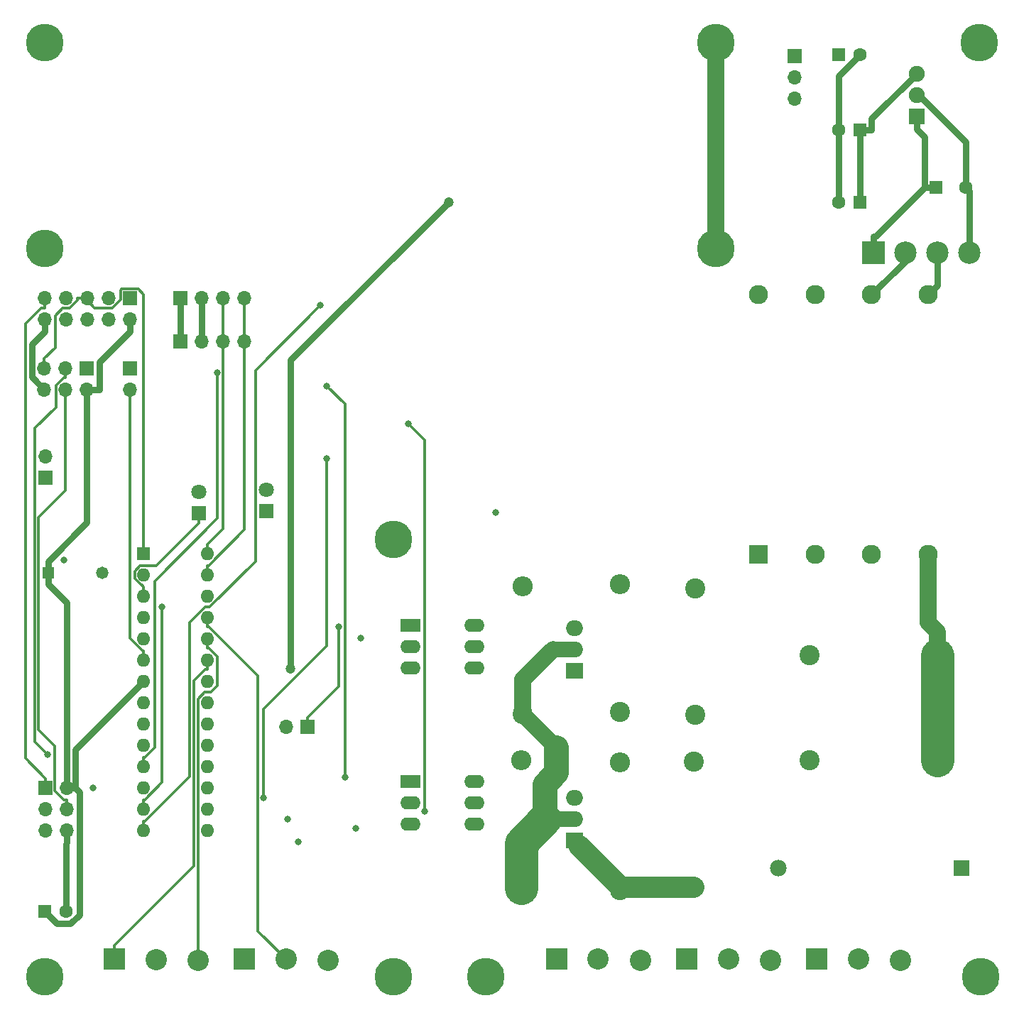
<source format=gbr>
%TF.GenerationSoftware,KiCad,Pcbnew,7.0.9*%
%TF.CreationDate,2025-01-17T20:12:22+02:00*%
%TF.ProjectId,varaajamonitori,76617261-616a-4616-9d6f-6e69746f7269,rev?*%
%TF.SameCoordinates,Original*%
%TF.FileFunction,Copper,L3,Inr*%
%TF.FilePolarity,Positive*%
%FSLAX46Y46*%
G04 Gerber Fmt 4.6, Leading zero omitted, Abs format (unit mm)*
G04 Created by KiCad (PCBNEW 7.0.9) date 2025-01-17 20:12:22*
%MOMM*%
%LPD*%
G01*
G04 APERTURE LIST*
%TA.AperFunction,ComponentPad*%
%ADD10R,2.670000X2.670000*%
%TD*%
%TA.AperFunction,ComponentPad*%
%ADD11C,2.670000*%
%TD*%
%TA.AperFunction,ComponentPad*%
%ADD12R,2.540000X2.540000*%
%TD*%
%TA.AperFunction,ComponentPad*%
%ADD13C,2.540000*%
%TD*%
%TA.AperFunction,ComponentPad*%
%ADD14R,2.400000X1.600000*%
%TD*%
%TA.AperFunction,ComponentPad*%
%ADD15O,2.400000X1.600000*%
%TD*%
%TA.AperFunction,ComponentPad*%
%ADD16R,1.600000X1.600000*%
%TD*%
%TA.AperFunction,ComponentPad*%
%ADD17O,1.600000X1.600000*%
%TD*%
%TA.AperFunction,ComponentPad*%
%ADD18R,1.800000X1.800000*%
%TD*%
%TA.AperFunction,ComponentPad*%
%ADD19C,1.800000*%
%TD*%
%TA.AperFunction,ComponentPad*%
%ADD20C,2.400000*%
%TD*%
%TA.AperFunction,ComponentPad*%
%ADD21O,2.400000X2.400000*%
%TD*%
%TA.AperFunction,ComponentPad*%
%ADD22R,1.700000X1.700000*%
%TD*%
%TA.AperFunction,ComponentPad*%
%ADD23O,1.700000X1.700000*%
%TD*%
%TA.AperFunction,ComponentPad*%
%ADD24C,4.500000*%
%TD*%
%TA.AperFunction,ComponentPad*%
%ADD25R,1.980000X1.980000*%
%TD*%
%TA.AperFunction,ComponentPad*%
%ADD26C,1.980000*%
%TD*%
%TA.AperFunction,ComponentPad*%
%ADD27R,2.286000X2.286000*%
%TD*%
%TA.AperFunction,ComponentPad*%
%ADD28C,2.286000*%
%TD*%
%TA.AperFunction,ComponentPad*%
%ADD29R,1.910000X1.910000*%
%TD*%
%TA.AperFunction,ComponentPad*%
%ADD30C,1.910000*%
%TD*%
%TA.AperFunction,ComponentPad*%
%ADD31C,1.600000*%
%TD*%
%TA.AperFunction,ComponentPad*%
%ADD32R,1.473200X1.473200*%
%TD*%
%TA.AperFunction,ComponentPad*%
%ADD33C,1.473200*%
%TD*%
%TA.AperFunction,ComponentPad*%
%ADD34R,2.000000X1.905000*%
%TD*%
%TA.AperFunction,ComponentPad*%
%ADD35O,2.000000X1.905000*%
%TD*%
%TA.AperFunction,ViaPad*%
%ADD36C,0.800000*%
%TD*%
%TA.AperFunction,ViaPad*%
%ADD37C,1.200000*%
%TD*%
%TA.AperFunction,Conductor*%
%ADD38C,0.800000*%
%TD*%
%TA.AperFunction,Conductor*%
%ADD39C,2.000000*%
%TD*%
%TA.AperFunction,Conductor*%
%ADD40C,3.000000*%
%TD*%
%TA.AperFunction,Conductor*%
%ADD41C,4.000000*%
%TD*%
%TA.AperFunction,Conductor*%
%ADD42C,1.904800*%
%TD*%
%TA.AperFunction,Conductor*%
%ADD43C,0.300000*%
%TD*%
%TA.AperFunction,Conductor*%
%ADD44C,2.500000*%
%TD*%
G04 APERTURE END LIST*
D10*
%TO.N,/5V1DIRTY*%
%TO.C,D5*%
X150390000Y-59600000D03*
D11*
%TO.N,Net-(D5-AC-Pad2)*%
X154200000Y-59600000D03*
%TO.N,Net-(D5-AC-Pad3)*%
X158010000Y-59600000D03*
%TO.N,GND*%
X161820000Y-59600000D03*
%TD*%
D12*
%TO.N,Earth_Protective*%
%TO.C,J1*%
X143617780Y-143855260D03*
D13*
%TO.N,GNDREF*%
X148600000Y-143908600D03*
%TO.N,/0-wire*%
X153600000Y-144000040D03*
%TD*%
D12*
%TO.N,/sensor1*%
%TO.C,J4*%
X59917780Y-143863860D03*
D13*
%TO.N,GND*%
X64900000Y-143917200D03*
%TO.N,/sensor2*%
X69900000Y-144008640D03*
%TD*%
D12*
%TO.N,GND*%
%TO.C,J5*%
X75417780Y-143855260D03*
D13*
%TO.N,/sensor3*%
X80400000Y-143908600D03*
%TO.N,GND*%
X85400000Y-144000040D03*
%TD*%
D12*
%TO.N,Earth_Protective*%
%TO.C,J6*%
X128117780Y-143855260D03*
D13*
%TO.N,/TRIAC AC M1*%
X133100000Y-143908600D03*
%TO.N,GNDREF*%
X138100000Y-144000040D03*
%TD*%
D12*
%TO.N,Earth_Protective*%
%TO.C,J7*%
X112617780Y-143855260D03*
D13*
%TO.N,/TRIAC AC M2*%
X117600000Y-143908600D03*
%TO.N,GNDREF*%
X122600000Y-144000040D03*
%TD*%
D14*
%TO.N,Net-(R9-Pad1)*%
%TO.C,U7*%
X95175000Y-122675000D03*
D15*
%TO.N,/driver-M2*%
X95175000Y-125215000D03*
%TO.N,unconnected-(U7-NC-Pad3)*%
X95175000Y-127755000D03*
%TO.N,/M2B*%
X102795000Y-127755000D03*
%TO.N,unconnected-(U7-NC-Pad5)*%
X102795000Y-125215000D03*
%TO.N,/M2A*%
X102795000Y-122675000D03*
%TD*%
D16*
%TO.N,/~{RESET}*%
%TO.C,U1*%
X63400000Y-95500000D03*
D17*
%TO.N,/RX*%
X63400000Y-98040000D03*
%TO.N,/TX*%
X63400000Y-100580000D03*
%TO.N,/driver-M1*%
X63400000Y-103120000D03*
%TO.N,/driver-M2*%
X63400000Y-105660000D03*
%TO.N,/SELB*%
X63400000Y-108200000D03*
%TO.N,VDD*%
X63400000Y-110740000D03*
%TO.N,GND*%
X63400000Y-113280000D03*
%TO.N,unconnected-(U1-XTAL1{slash}PB6-Pad9)*%
X63400000Y-115820000D03*
%TO.N,unconnected-(U1-XTAL2{slash}PB7-Pad10)*%
X63400000Y-118360000D03*
%TO.N,/LeftSw*%
X63400000Y-120900000D03*
%TO.N,/SelSw*%
X63400000Y-123440000D03*
%TO.N,/RetSw*%
X63400000Y-125980000D03*
%TO.N,/UpSw*%
X63400000Y-128520000D03*
%TO.N,/DwnSw*%
X71020000Y-128520000D03*
%TO.N,/RightSw*%
X71020000Y-125980000D03*
%TO.N,/MOSI*%
X71020000Y-123440000D03*
%TO.N,/MISO*%
X71020000Y-120900000D03*
%TO.N,/SCK*%
X71020000Y-118360000D03*
%TO.N,/AVCC*%
X71020000Y-115820000D03*
X71020000Y-113280000D03*
%TO.N,GND*%
X71020000Y-110740000D03*
%TO.N,/sensor1*%
X71020000Y-108200000D03*
%TO.N,/sensor2*%
X71020000Y-105660000D03*
%TO.N,/sensor3*%
X71020000Y-103120000D03*
%TO.N,/SELA*%
X71020000Y-100580000D03*
%TO.N,/SDA*%
X71020000Y-98040000D03*
%TO.N,/SCL*%
X71020000Y-95500000D03*
%TD*%
D18*
%TO.N,/TX*%
%TO.C,D2*%
X70000000Y-90675000D03*
D19*
%TO.N,Net-(D2-A)*%
X70000000Y-88135000D03*
%TD*%
D20*
%TO.N,/TRIAC AC M2*%
%TO.C,R16*%
X120200000Y-135620000D03*
D21*
%TO.N,/M2B*%
X120200000Y-120380000D03*
%TD*%
D22*
%TO.N,VDD*%
%TO.C,J9*%
X67800000Y-70200000D03*
D23*
%TO.N,GND*%
X70340000Y-70200000D03*
%TO.N,/SCL*%
X72880000Y-70200000D03*
%TO.N,/SDA*%
X75420000Y-70200000D03*
%TD*%
D24*
%TO.N,Earth_Protective*%
%TO.C,Top2*%
X163000000Y-34600000D03*
%TD*%
%TO.N,Earth_Protective*%
%TO.C,J2*%
X51600000Y-59100000D03*
X131600000Y-34600000D03*
X131600000Y-59100000D03*
%TD*%
D20*
%TO.N,Net-(C11-Pad1)*%
%TO.C,R20*%
X142780000Y-120200000D03*
D21*
%TO.N,AC*%
X158020000Y-120200000D03*
%TD*%
D14*
%TO.N,Net-(R11-Pad1)*%
%TO.C,U6*%
X95175000Y-104075000D03*
D15*
%TO.N,/driver-M1*%
X95175000Y-106615000D03*
%TO.N,unconnected-(U6-NC-Pad3)*%
X95175000Y-109155000D03*
%TO.N,/M1B*%
X102795000Y-109155000D03*
%TO.N,unconnected-(U6-NC-Pad5)*%
X102795000Y-106615000D03*
%TO.N,/M1A*%
X102795000Y-104075000D03*
%TD*%
D25*
%TO.N,/0-wire*%
%TO.C,F1*%
X160920000Y-133000000D03*
D26*
%TO.N,AC*%
X139080000Y-133000000D03*
%TD*%
D18*
%TO.N,/RX*%
%TO.C,D4*%
X78000000Y-90475000D03*
D19*
%TO.N,Net-(D4-A)*%
X78000000Y-87935000D03*
%TD*%
D22*
%TO.N,/SELA*%
%TO.C,J13*%
X61740000Y-73400000D03*
D23*
%TO.N,/SELB*%
X61740000Y-75940000D03*
%TD*%
D22*
%TO.N,+5V*%
%TO.C,JP2*%
X141000000Y-36200000D03*
D23*
%TO.N,VDD*%
X141000000Y-38740000D03*
%TO.N,unconnected-(JP2-B-Pad3)*%
X141000000Y-41280000D03*
%TD*%
D24*
%TO.N,Earth_Protective*%
%TO.C,Bottom3*%
X51600000Y-146000000D03*
%TD*%
D22*
%TO.N,VDD*%
%TO.C,J10*%
X67800000Y-65000000D03*
D23*
%TO.N,GND*%
X70340000Y-65000000D03*
%TO.N,/SCL*%
X72880000Y-65000000D03*
%TO.N,/SDA*%
X75420000Y-65000000D03*
%TD*%
D27*
%TO.N,GNDREF*%
%TO.C,T1*%
X136738000Y-95600000D03*
D28*
%TO.N,/ACT*%
X143469000Y-95600000D03*
X150200000Y-95600000D03*
%TO.N,AC*%
X156931000Y-95600000D03*
%TO.N,Net-(D5-AC-Pad2)*%
X136738000Y-64612000D03*
%TO.N,Net-(D5-AC-Pad3)*%
X143469000Y-64612000D03*
%TO.N,Net-(D5-AC-Pad2)*%
X150200000Y-64612000D03*
%TO.N,Net-(D5-AC-Pad3)*%
X156931000Y-64612000D03*
%TD*%
D22*
%TO.N,/driver-M1*%
%TO.C,J14*%
X82940000Y-116200000D03*
D23*
%TO.N,/driver-M2*%
X80400000Y-116200000D03*
%TD*%
D20*
%TO.N,AC*%
%TO.C,R17*%
X108600000Y-114640000D03*
D21*
%TO.N,/M1A*%
X108600000Y-99400000D03*
%TD*%
D24*
%TO.N,Earth_Protective*%
%TO.C,Bottom2*%
X163200000Y-146000000D03*
%TD*%
D29*
%TO.N,/5V1DIRTY*%
%TO.C,U3*%
X155568000Y-43350000D03*
D30*
%TO.N,GND*%
X155568000Y-40800000D03*
%TO.N,+5V*%
X155568000Y-38250000D03*
%TD*%
D16*
%TO.N,VDD*%
%TO.C,C2*%
X51617600Y-138200000D03*
D31*
%TO.N,GND*%
X54117600Y-138200000D03*
%TD*%
D22*
%TO.N,/MOSI*%
%TO.C,J8*%
X61740000Y-65060000D03*
D23*
%TO.N,VDD*%
X61740000Y-67600000D03*
%TO.N,unconnected-(J8-NC-Pad3)*%
X59200000Y-65060000D03*
%TO.N,GND*%
X59200000Y-67600000D03*
%TO.N,/~{RESET}*%
X56660000Y-65060000D03*
%TO.N,GND*%
X56660000Y-67600000D03*
%TO.N,/SCK*%
X54120000Y-65060000D03*
%TO.N,GND*%
X54120000Y-67600000D03*
%TO.N,/MISO*%
X51580000Y-65060000D03*
%TO.N,GND*%
X51580000Y-67600000D03*
%TD*%
D32*
%TO.N,VDD*%
%TO.C,BZ1*%
X52000000Y-97800000D03*
D33*
%TO.N,Net-(BZ1-+)*%
X58500001Y-97800000D03*
%TD*%
D16*
%TO.N,+5V*%
%TO.C,C7*%
X148782400Y-53600000D03*
D31*
%TO.N,GND*%
X146282400Y-53600000D03*
%TD*%
D20*
%TO.N,AC*%
%TO.C,R18*%
X108400000Y-135420000D03*
D21*
%TO.N,/M2A*%
X108400000Y-120180000D03*
%TD*%
D16*
%TO.N,/5V1DIRTY*%
%TO.C,C4*%
X157900000Y-51800000D03*
D31*
%TO.N,GND*%
X161400000Y-51800000D03*
%TD*%
D24*
%TO.N,Earth_Protective*%
%TO.C,Top1*%
X51600000Y-34600000D03*
%TD*%
D22*
%TO.N,/MISO*%
%TO.C,J12*%
X56640000Y-73400000D03*
D23*
%TO.N,VDD*%
X56640000Y-75940000D03*
%TO.N,/SCK*%
X54100000Y-73400000D03*
%TO.N,/MOSI*%
X54100000Y-75940000D03*
%TO.N,/~{RESET}*%
X51560000Y-73400000D03*
%TO.N,GND*%
X51560000Y-75940000D03*
%TD*%
D20*
%TO.N,Net-(C11-Pad1)*%
%TO.C,C11*%
X129000000Y-120300000D03*
%TO.N,/TRIAC AC M2*%
X129000000Y-135300000D03*
%TD*%
D22*
%TO.N,/TX*%
%TO.C,J11*%
X51725000Y-86475000D03*
D23*
%TO.N,/RX*%
X51725000Y-83935000D03*
%TD*%
D20*
%TO.N,Net-(C10-Pad1)*%
%TO.C,C10*%
X129200000Y-99700000D03*
%TO.N,/TRIAC AC M1*%
X129200000Y-114700000D03*
%TD*%
%TO.N,Net-(C10-Pad1)*%
%TO.C,R19*%
X142780000Y-107600000D03*
D21*
%TO.N,AC*%
X158020000Y-107600000D03*
%TD*%
D20*
%TO.N,/TRIAC AC M1*%
%TO.C,R15*%
X120200000Y-114420000D03*
D21*
%TO.N,/M1B*%
X120200000Y-99180000D03*
%TD*%
D24*
%TO.N,Earth_Protective*%
%TO.C,Mid1*%
X93200000Y-93800000D03*
%TD*%
D22*
%TO.N,/MISO*%
%TO.C,J3*%
X51725000Y-123475000D03*
D23*
%TO.N,VDD*%
X54265000Y-123475000D03*
%TO.N,/SCK*%
X51725000Y-126015000D03*
%TO.N,/MOSI*%
X54265000Y-126015000D03*
%TO.N,/~{RESET}*%
X51725000Y-128555000D03*
%TO.N,GND*%
X54265000Y-128555000D03*
%TD*%
D34*
%TO.N,/TRIAC AC M1*%
%TO.C,Q3*%
X114800000Y-109500000D03*
D35*
%TO.N,AC*%
X114800000Y-106960000D03*
%TO.N,/M1B*%
X114800000Y-104420000D03*
%TD*%
D24*
%TO.N,Earth_Protective*%
%TO.C,Bottom4*%
X104200000Y-146000000D03*
%TD*%
D16*
%TO.N,+5V*%
%TO.C,C6*%
X148782400Y-45000000D03*
D31*
%TO.N,GND*%
X146282400Y-45000000D03*
%TD*%
D34*
%TO.N,/TRIAC AC M2*%
%TO.C,Q4*%
X114745000Y-129740000D03*
D35*
%TO.N,AC*%
X114745000Y-127200000D03*
%TO.N,/M2B*%
X114745000Y-124660000D03*
%TD*%
D24*
%TO.N,Earth_Protective*%
%TO.C,Bottom1*%
X93200000Y-146000000D03*
%TD*%
D16*
%TO.N,+5V*%
%TO.C,C1*%
X146300000Y-36000000D03*
D31*
%TO.N,GND*%
X148800000Y-36000000D03*
%TD*%
D36*
%TO.N,/driver-M1*%
X86675300Y-104220000D03*
%TO.N,/SCK*%
X51974500Y-119460000D03*
%TO.N,/~{RESET}*%
X81850000Y-129886400D03*
X53873600Y-96322600D03*
D37*
%TO.N,GND*%
X99750000Y-53600000D03*
X80928700Y-109200000D03*
D36*
%TO.N,Net-(R1-Pad1)*%
X88689900Y-128250100D03*
X80568800Y-127177900D03*
X57404900Y-123461900D03*
%TO.N,/UpSw*%
X84497000Y-65925500D03*
%TO.N,/DwnSw*%
X85204600Y-84148600D03*
X77723000Y-124622900D03*
%TO.N,/RightSw*%
X96932500Y-126276800D03*
X94973100Y-80002100D03*
%TO.N,/LeftSw*%
X72218300Y-73951700D03*
%TO.N,/SelSw*%
X87415200Y-122170000D03*
X85242400Y-75506800D03*
%TO.N,/RetSw*%
X65593100Y-101850000D03*
X105373100Y-90650000D03*
%TO.N,Net-(R11-Pad1)*%
X89250000Y-105588300D03*
%TD*%
D38*
%TO.N,/5V1DIRTY*%
X156498100Y-45837000D02*
X155568000Y-44906900D01*
X156498100Y-51800000D02*
X150635000Y-57663100D01*
X150390000Y-59600000D02*
X150390000Y-57663100D01*
X150635000Y-57663100D02*
X150390000Y-57663100D01*
X155568000Y-43350000D02*
X155568000Y-44906900D01*
X156498100Y-51800000D02*
X156498100Y-45837000D01*
X157900000Y-51800000D02*
X156498100Y-51800000D01*
D39*
%TO.N,Earth_Protective*%
X131600000Y-59100000D02*
X131600000Y-34600000D01*
%TO.N,AC*%
X108600000Y-114640000D02*
X112600000Y-118640000D01*
D40*
X112600000Y-118640000D02*
X112600000Y-121600000D01*
D39*
X158020000Y-104798000D02*
X156931000Y-103709000D01*
D41*
X158020000Y-107600000D02*
X158020000Y-120200000D01*
D42*
X114800000Y-106960000D02*
X112246000Y-106960000D01*
D39*
X158020000Y-107600000D02*
X158020000Y-104798000D01*
X156931000Y-103709000D02*
X156931000Y-95600000D01*
X111200000Y-123000000D02*
X111233000Y-123033000D01*
X111233000Y-127200000D02*
X112143000Y-127200000D01*
X112200000Y-106947000D02*
X108600000Y-110547000D01*
D42*
X112143000Y-127200000D02*
X114745000Y-127200000D01*
X112246000Y-106960000D02*
X112233000Y-106947000D01*
D40*
X111233000Y-123033000D02*
X111233000Y-127200000D01*
X112600000Y-121600000D02*
X111200000Y-123000000D01*
D39*
X108600000Y-110547000D02*
X108600000Y-114640000D01*
D41*
X108400000Y-135420000D02*
X108400000Y-130033000D01*
X108400000Y-130033000D02*
X111233000Y-127200000D01*
D42*
X112233000Y-106947000D02*
X112200000Y-106947000D01*
D38*
%TO.N,Net-(D5-AC-Pad2)*%
X154200000Y-59600000D02*
X154200000Y-60612000D01*
X154200000Y-60612000D02*
X150200000Y-64612000D01*
D43*
%TO.N,/driver-M1*%
X86675300Y-104220000D02*
X86675300Y-111314700D01*
X82940000Y-116200000D02*
X82940000Y-115050000D01*
X86675300Y-111314700D02*
X82940000Y-115050000D01*
D38*
%TO.N,Net-(D5-AC-Pad3)*%
X158010000Y-59600000D02*
X158010000Y-63533000D01*
X158010000Y-63533000D02*
X156931000Y-64612000D01*
D43*
%TO.N,/MOSI*%
X54265000Y-124865000D02*
X53905600Y-124865000D01*
X54100000Y-88005700D02*
X54100000Y-75940000D01*
X52826900Y-123786300D02*
X52826900Y-118485400D01*
X52826900Y-118485400D02*
X50872100Y-116530600D01*
X53905600Y-124865000D02*
X52826900Y-123786300D01*
X50872100Y-116530600D02*
X50872100Y-91233600D01*
X54265000Y-126015000D02*
X54265000Y-124865000D01*
X50872100Y-91233600D02*
X54100000Y-88005700D01*
%TO.N,/MISO*%
X49330300Y-68100300D02*
X49330300Y-119930300D01*
X51220600Y-66210000D02*
X49330300Y-68100300D01*
X51725000Y-123475000D02*
X51725000Y-122325000D01*
X49330300Y-119930300D02*
X51725000Y-122325000D01*
X51580000Y-66210000D02*
X51220600Y-66210000D01*
X51580000Y-65060000D02*
X51580000Y-66210000D01*
%TO.N,/SCK*%
X52950000Y-78050500D02*
X50446000Y-80554500D01*
X52950000Y-75484300D02*
X52950000Y-78050500D01*
X50446000Y-80554500D02*
X50446000Y-117931500D01*
X53884300Y-74550000D02*
X52950000Y-75484300D01*
X54100000Y-74550000D02*
X53884300Y-74550000D01*
X50446000Y-117931500D02*
X51974500Y-119460000D01*
X54100000Y-73400000D02*
X54100000Y-74550000D01*
%TO.N,/~{RESET}*%
X52849900Y-70960100D02*
X52849900Y-67134300D01*
X60638100Y-65224100D02*
X59648200Y-66214000D01*
X60785600Y-63958100D02*
X60638100Y-64105600D01*
X59648200Y-66214000D02*
X57569500Y-66214000D01*
X56660000Y-65060000D02*
X56415500Y-65060000D01*
X60638100Y-64105600D02*
X60638100Y-65224100D01*
X57569500Y-66214000D02*
X56415500Y-65060000D01*
X51560000Y-72250000D02*
X52849900Y-70960100D01*
X62743600Y-63958100D02*
X60785600Y-63958100D01*
X56085000Y-65060000D02*
X55510000Y-65060000D01*
X53724900Y-66259300D02*
X54549000Y-66259300D01*
X54549000Y-66259300D02*
X55510000Y-65298300D01*
X52849900Y-67134300D02*
X53724900Y-66259300D01*
X63400000Y-95500000D02*
X63400000Y-64614500D01*
X56085000Y-65060000D02*
X56415500Y-65060000D01*
X51560000Y-73400000D02*
X51560000Y-72250000D01*
X63400000Y-64614500D02*
X62743600Y-63958100D01*
X55510000Y-65298300D02*
X55510000Y-65060000D01*
%TO.N,/sensor1*%
X71020000Y-108200000D02*
X71020000Y-109300000D01*
X70745000Y-109300000D02*
X71020000Y-109300000D01*
X59917800Y-143863900D02*
X59917800Y-142293900D01*
X69406800Y-132804900D02*
X69406800Y-110638200D01*
X59917800Y-142293900D02*
X69406800Y-132804900D01*
X69406800Y-110638200D02*
X70745000Y-109300000D01*
%TO.N,/sensor2*%
X70681200Y-112070700D02*
X69900000Y-112851900D01*
X71392800Y-112070700D02*
X70681200Y-112070700D01*
X69900000Y-112851900D02*
X69900000Y-144008600D01*
X71157500Y-106760000D02*
X72178100Y-107780600D01*
X72178100Y-107780600D02*
X72178100Y-111285400D01*
X71020000Y-105660000D02*
X71020000Y-106760000D01*
X72178100Y-111285400D02*
X71392800Y-112070700D01*
X71020000Y-106760000D02*
X71157500Y-106760000D01*
D39*
%TO.N,/TRIAC AC M1*%
X133100000Y-143908600D02*
X133100000Y-143909000D01*
D44*
%TO.N,/TRIAC AC M2*%
X129000000Y-135300000D02*
X120520000Y-135300000D01*
D39*
X120200000Y-135208000D02*
X120200000Y-135620000D01*
D42*
X115299000Y-130307000D02*
X114745000Y-129753000D01*
D39*
X120520000Y-135300000D02*
X120200000Y-135620000D01*
D44*
X115299000Y-130307000D02*
X120200000Y-135208000D01*
D42*
X114745000Y-129753000D02*
X114745000Y-129740000D01*
D38*
%TO.N,VDD*%
X54265000Y-101403500D02*
X54265000Y-123475000D01*
X56640000Y-75940000D02*
X58091900Y-75940000D01*
X67800000Y-70200000D02*
X67800000Y-65000000D01*
X55737000Y-138586300D02*
X54694000Y-139629300D01*
X56640000Y-91821500D02*
X56640000Y-75940000D01*
X63400000Y-110740000D02*
X55215100Y-118924900D01*
X55215100Y-123475000D02*
X54265000Y-123475000D01*
X58091900Y-75940000D02*
X58091900Y-72700000D01*
X52000000Y-98469200D02*
X52000000Y-99138500D01*
X52000000Y-96461500D02*
X56640000Y-91821500D01*
X52000000Y-97800000D02*
X52000000Y-96461500D01*
X54694000Y-139629300D02*
X53046900Y-139629300D01*
X52000000Y-98469200D02*
X52000000Y-97800000D01*
X55737000Y-123996900D02*
X55737000Y-138586300D01*
X55215100Y-118924900D02*
X55215100Y-123475000D01*
X52000000Y-99138500D02*
X54265000Y-101403500D01*
X53046900Y-139629300D02*
X51617600Y-138200000D01*
X55215100Y-123475000D02*
X55737000Y-123996900D01*
X61740000Y-67600000D02*
X61740000Y-69051900D01*
X58091900Y-72700000D02*
X61740000Y-69051900D01*
%TO.N,+5V*%
X148782400Y-45000000D02*
X150184300Y-45000000D01*
X148782400Y-45000000D02*
X148782400Y-53600000D01*
X155568000Y-38250000D02*
X150184300Y-43633700D01*
X150184300Y-43633700D02*
X150184300Y-45000000D01*
D43*
%TO.N,/TX*%
X62348100Y-98475800D02*
X63130600Y-99258300D01*
X70000000Y-91875000D02*
X64886900Y-96988100D01*
X63130600Y-99258300D02*
X63178400Y-99258300D01*
X62964200Y-96988100D02*
X62348100Y-97604200D01*
X63178400Y-99258400D02*
X63400000Y-99480000D01*
X63400000Y-100580000D02*
X63400000Y-99480000D01*
X62348100Y-97604200D02*
X62348100Y-98475800D01*
X70000000Y-90675000D02*
X70000000Y-91875000D01*
X63178400Y-99258300D02*
X63178400Y-99258400D01*
X64886900Y-96988100D02*
X62964200Y-96988100D01*
D38*
%TO.N,GND*%
X54117600Y-130154300D02*
X54117600Y-138200000D01*
X54265000Y-128555000D02*
X54265000Y-130006900D01*
X80928700Y-72421300D02*
X99750000Y-53600000D01*
X51560000Y-75940000D02*
X50093100Y-74473100D01*
X161820000Y-52220000D02*
X161820000Y-59600000D01*
X155801300Y-40800000D02*
X161400000Y-46398700D01*
X70340000Y-70200000D02*
X70340000Y-65000000D01*
X161400000Y-51800000D02*
X161820000Y-52220000D01*
X161400000Y-46398700D02*
X161400000Y-51800000D01*
X80928700Y-109200000D02*
X80928700Y-72421300D01*
X146282400Y-38517600D02*
X146282400Y-45000000D01*
X50093100Y-70538800D02*
X51580000Y-69051900D01*
X148800000Y-36000000D02*
X146282400Y-38517600D01*
X146282400Y-45000000D02*
X146282400Y-53600000D01*
X50093100Y-74473100D02*
X50093100Y-70538800D01*
X54265000Y-130006900D02*
X54117600Y-130154300D01*
X155568000Y-40800000D02*
X155801300Y-40800000D01*
X51580000Y-67600000D02*
X51580000Y-69051900D01*
D43*
%TO.N,/UpSw*%
X63400000Y-127420000D02*
X63537500Y-127420000D01*
X68863300Y-122094200D02*
X68863300Y-103750600D01*
X70763900Y-101850000D02*
X71285700Y-101850000D01*
X63400000Y-128520000D02*
X63400000Y-127420000D01*
X63537500Y-127420000D02*
X68863300Y-122094200D01*
X68863300Y-103750600D02*
X70763900Y-101850000D01*
X76722900Y-73699600D02*
X84497000Y-65925500D01*
X71285700Y-101850000D02*
X76722900Y-96412800D01*
X76722900Y-96412800D02*
X76722900Y-73699600D01*
%TO.N,/DwnSw*%
X85204600Y-106541900D02*
X77723000Y-114023500D01*
X85204600Y-84148600D02*
X85204600Y-106541900D01*
X77723000Y-114023500D02*
X77723000Y-124622900D01*
%TO.N,/RightSw*%
X94973100Y-80002100D02*
X96932500Y-81961500D01*
X96932500Y-81961500D02*
X96932500Y-126276800D01*
%TO.N,/LeftSw*%
X64689500Y-118640500D02*
X64689500Y-98848000D01*
X63400000Y-119800000D02*
X63530000Y-119800000D01*
X63400000Y-120900000D02*
X63400000Y-119800000D01*
X72218300Y-91319200D02*
X72218300Y-73951700D01*
X63530000Y-119800000D02*
X64689500Y-118640500D01*
X64689500Y-98848000D02*
X72218300Y-91319200D01*
%TO.N,/SelSw*%
X85242400Y-75506800D02*
X87415200Y-77679600D01*
X87415200Y-77679600D02*
X87415200Y-122170000D01*
%TO.N,/RetSw*%
X63537500Y-124880000D02*
X65593100Y-122824400D01*
X63400000Y-124880000D02*
X63537500Y-124880000D01*
X63400000Y-125980000D02*
X63400000Y-124880000D01*
X65593100Y-122824400D02*
X65593100Y-101850000D01*
%TO.N,/sensor3*%
X77038200Y-140546800D02*
X80400000Y-143908600D01*
X71020000Y-104220000D02*
X71157500Y-104220000D01*
X71157500Y-104220000D02*
X77038200Y-110100700D01*
X71020000Y-103120000D02*
X71020000Y-104220000D01*
X77038200Y-110100700D02*
X77038200Y-140546800D01*
%TO.N,/SDA*%
X71157500Y-96940000D02*
X71020000Y-96940000D01*
X75420000Y-70200000D02*
X75420000Y-65000000D01*
X71020000Y-98040000D02*
X71020000Y-96940000D01*
X75420000Y-92677500D02*
X71157500Y-96940000D01*
X75420000Y-70200000D02*
X75420000Y-92677500D01*
%TO.N,/SCL*%
X71020000Y-95500000D02*
X71020000Y-94400000D01*
X72880000Y-92540000D02*
X72880000Y-70200000D01*
X71020000Y-94400000D02*
X72880000Y-92540000D01*
X72880000Y-70200000D02*
X72880000Y-65000000D01*
%TO.N,/SELB*%
X63400000Y-108200000D02*
X63400000Y-107100000D01*
X63262500Y-107100000D02*
X61740000Y-105577500D01*
X63400000Y-107100000D02*
X63262500Y-107100000D01*
X61740000Y-105577500D02*
X61740000Y-75940000D01*
%TD*%
M02*

</source>
